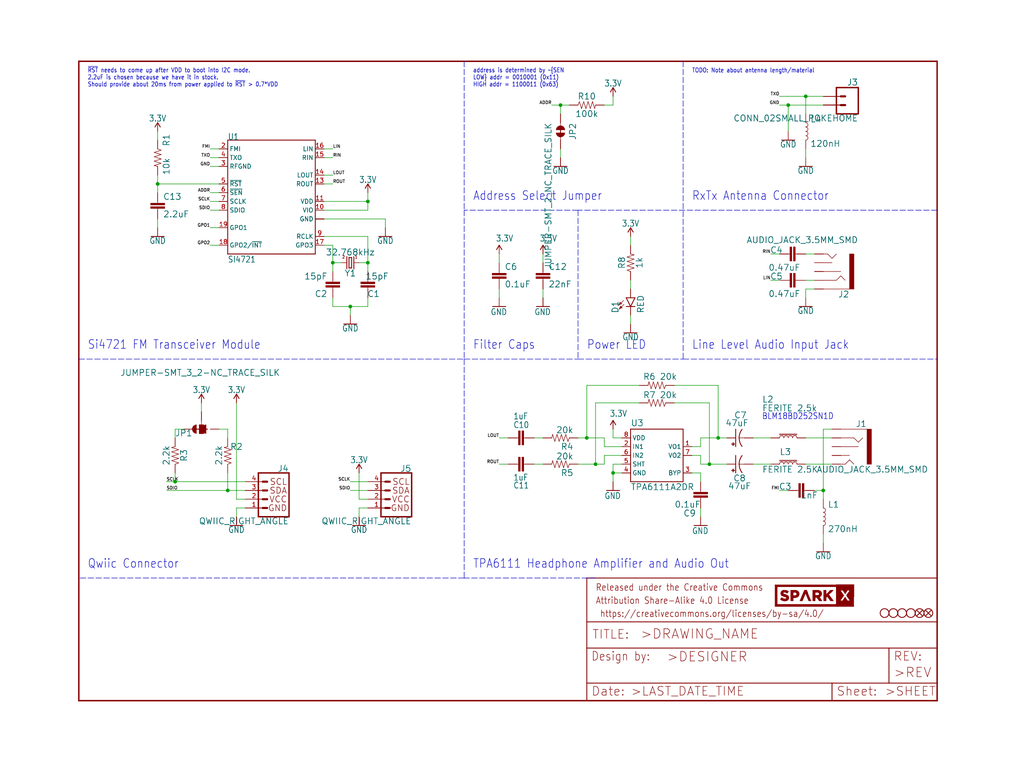
<source format=kicad_sch>
(kicad_sch (version 20211123) (generator eeschema)
  (paper "User" 297.002 223.926)
  (lib_symbols
    (symbol "schematicEagle-eagle-import:0.1UF-0603-25V-(+80{slash}-20%)"
      (property "Reference" "C" (at 1.524 2.921 0))
      (property "Value" "0.1UF-0603-25V-(+80{slash}-20%)" (at 1.524 -2.159 0))
      (symbol "0.1UF-0603-25V-(+80{slash}-20%)_1_0"
        (pin passive line (at 0 5.08 270) (length 2.54) (name "1") (number "1"))
        (pin passive line (at 0 -2.54 90) (length 2.54) (name "2") (number "2"))
      )
    )
    (symbol "schematicEagle-eagle-import:1.0NF{slash}1000PF-0603-50V-10%"
      (property "Reference" "C" (at 1.524 2.921 0))
      (property "Value" "1.0NF{slash}1000PF-0603-50V-10%" (at 1.524 -2.159 0))
      (symbol "1.0NF{slash}1000PF-0603-50V-10%_1_0"
        (pin passive line (at 0 5.08 270) (length 2.54) (name "1") (number "1"))
        (pin passive line (at 0 -2.54 90) (length 2.54) (name "2") (number "2"))
      )
    )
    (symbol "schematicEagle-eagle-import:1.0UF-16V-10%(0603)"
      (property "Reference" "C" (at 1.524 2.921 0))
      (property "Value" "1.0UF-16V-10%(0603)" (at 1.524 -2.159 0))
      (symbol "1.0UF-16V-10%(0603)_1_0"
        (pin passive line (at 0 5.08 270) (length 2.54) (name "1") (number "1"))
        (pin passive line (at 0 -2.54 90) (length 2.54) (name "2") (number "2"))
      )
    )
    (symbol "schematicEagle-eagle-import:100KOHM-0603-1{slash}10W-1%"
      (property "Reference" "R" (at 0 1.524 0))
      (property "Value" "100KOHM-0603-1{slash}10W-1%" (at 0 -1.524 0))
      (symbol "100KOHM-0603-1{slash}10W-1%_1_0"
        (pin passive line (at -5.08 0 0) (length 2.54) (name "1") (number "1"))
        (pin passive line (at 5.08 0 180) (length 2.54) (name "2") (number "2"))
      )
    )
    (symbol "schematicEagle-eagle-import:10KOHM-0603-1{slash}10W-1%"
      (property "Reference" "R" (at 0 1.524 0))
      (property "Value" "10KOHM-0603-1{slash}10W-1%" (at 0 -1.524 0))
      (symbol "10KOHM-0603-1{slash}10W-1%_1_0"
        (pin passive line (at -5.08 0 0) (length 2.54) (name "1") (number "1"))
        (pin passive line (at 5.08 0 180) (length 2.54) (name "2") (number "2"))
      )
    )
    (symbol "schematicEagle-eagle-import:15PF-0603-50V-5%"
      (property "Reference" "C" (at 1.524 2.921 0))
      (property "Value" "15PF-0603-50V-5%" (at 1.524 -2.159 0))
      (symbol "15PF-0603-50V-5%_1_0"
        (pin passive line (at 0 5.08 270) (length 2.54) (name "1") (number "1"))
        (pin passive line (at 0 -2.54 90) (length 2.54) (name "2") (number "2"))
      )
    )
    (symbol "schematicEagle-eagle-import:1KOHM-0603-1{slash}10W-1%"
      (property "Reference" "R" (at 0 1.524 0))
      (property "Value" "1KOHM-0603-1{slash}10W-1%" (at 0 -1.524 0))
      (symbol "1KOHM-0603-1{slash}10W-1%_1_0"
        (pin passive line (at -5.08 0 0) (length 2.54) (name "1") (number "1"))
        (pin passive line (at 5.08 0 180) (length 2.54) (name "2") (number "2"))
      )
    )
    (symbol "schematicEagle-eagle-import:2.2KOHM-0603-1{slash}10W-1%"
      (property "Reference" "R" (at 0 1.524 0))
      (property "Value" "2.2KOHM-0603-1{slash}10W-1%" (at 0 -1.524 0))
      (symbol "2.2KOHM-0603-1{slash}10W-1%_1_0"
        (pin passive line (at -5.08 0 0) (length 2.54) (name "1") (number "1"))
        (pin passive line (at 5.08 0 180) (length 2.54) (name "2") (number "2"))
      )
    )
    (symbol "schematicEagle-eagle-import:2.2UF-0603-10V-20%"
      (property "Reference" "C" (at 1.524 2.921 0))
      (property "Value" "2.2UF-0603-10V-20%" (at 1.524 -2.159 0))
      (symbol "2.2UF-0603-10V-20%_1_0"
        (pin passive line (at 0 5.08 270) (length 2.54) (name "1") (number "1"))
        (pin passive line (at 0 -2.54 90) (length 2.54) (name "2") (number "2"))
      )
    )
    (symbol "schematicEagle-eagle-import:20KOHM-0603-1{slash}10W-5%"
      (property "Reference" "R" (at 0 1.524 0))
      (property "Value" "20KOHM-0603-1{slash}10W-5%" (at 0 -1.524 0))
      (symbol "20KOHM-0603-1{slash}10W-5%_1_0"
        (pin passive line (at -5.08 0 0) (length 2.54) (name "1") (number "1"))
        (pin passive line (at 5.08 0 180) (length 2.54) (name "2") (number "2"))
      )
    )
    (symbol "schematicEagle-eagle-import:22NF{slash}22,000PF-0603-50V-10%"
      (property "Reference" "C" (at 1.524 2.921 0))
      (property "Value" "22NF{slash}22,000PF-0603-50V-10%" (at 1.524 -2.159 0))
      (symbol "22NF{slash}22,000PF-0603-50V-10%_1_0"
        (pin passive line (at 0 5.08 270) (length 2.54) (name "1") (number "1"))
        (pin passive line (at 0 -2.54 90) (length 2.54) (name "2") (number "2"))
      )
    )
    (symbol "schematicEagle-eagle-import:3.3V" (power)
      (property "Value" "3.3V" (at 0 2.794 0))
      (symbol "3.3V_1_0"
        (pin power_in line (at 0 0 90) (length 2.54) (name "3.3V") (number "1"))
      )
    )
    (symbol "schematicEagle-eagle-import:47UF-POLAR-EIA3528-10V-10%"
      (property "Reference" "C" (at 1.016 0.635 0))
      (property "Value" "47UF-POLAR-EIA3528-10V-10%" (at 1.016 -4.191 0))
      (symbol "47UF-POLAR-EIA3528-10V-10%_1_0"
        (pin passive line (at 0 2.54 270) (length 2.54) (name "+") (number "A"))
        (pin passive line (at 0 -5.08 90) (length 2.54) (name "-") (number "C"))
      )
    )
    (symbol "schematicEagle-eagle-import:AUDIO_JACK_3.5MM_SMD"
      (property "Reference" "J" (at -5.08 5.588 0))
      (property "Value" "AUDIO_JACK_3.5MM_SMD" (at -5.08 -7.62 0))
      (symbol "AUDIO_JACK_3.5MM_SMD_1_0"
        (pin bidirectional line (at 5.08 2.54 180) (length 2.54) (name "RING") (number "RING"))
        (pin bidirectional line (at 5.08 0 180) (length 2.54) (name "RSH") (number "RSH"))
        (pin bidirectional line (at 5.08 5.08 180) (length 2.54) (name "SLEEVE") (number "SLEEVE"))
        (pin bidirectional line (at 5.08 -5.08 180) (length 2.54) (name "TIP") (number "TIP"))
        (pin bidirectional line (at 5.08 -2.54 180) (length 2.54) (name "TSH") (number "TSH"))
      )
    )
    (symbol "schematicEagle-eagle-import:CAP-0603"
      (property "Reference" "C" (at 1.524 2.921 0))
      (property "Value" "CAP-0603" (at 1.524 -2.159 0))
      (symbol "CAP-0603_1_0"
        (pin passive line (at 0 5.08 270) (length 2.54) (name "1") (number "1"))
        (pin passive line (at 0 -2.54 90) (length 2.54) (name "2") (number "2"))
      )
    )
    (symbol "schematicEagle-eagle-import:CONN_02SMALL_POKEHOME"
      (property "Reference" "J" (at -2.54 5.588 0))
      (property "Value" "CONN_02SMALL_POKEHOME" (at -2.54 -4.826 0))
      (symbol "CONN_02SMALL_POKEHOME_1_0"
        (pin passive line (at 7.62 0 180) (length 5.08) (name "1") (number "P1"))
        (pin passive line (at 7.62 2.54 180) (length 5.08) (name "2") (number "P2"))
        (pin passive line (at 7.62 0 180) (length 5.08) (name "1") (number "P3"))
        (pin passive line (at 7.62 2.54 180) (length 5.08) (name "2") (number "P4"))
      )
    )
    (symbol "schematicEagle-eagle-import:CRYSTAL-32.768KHZSMD-3.2X1.5"
      (property "Reference" "Y" (at 0 2.032 0))
      (property "Value" "CRYSTAL-32.768KHZSMD-3.2X1.5" (at 0 -2.032 0))
      (symbol "CRYSTAL-32.768KHZSMD-3.2X1.5_1_0"
        (text "1" (at -2.159 -1.143 0) (effects (font (size 0.8636 0.734)) (justify left bottom)))
        (text "2" (at 1.524 -1.143 0) (effects (font (size 0.8636 0.734)) (justify left bottom)))
        (pin passive line (at -2.54 0 0) (length 0) (name "1") (number "P$1"))
        (pin passive line (at 2.54 0 180) (length 0) (name "2") (number "P$2"))
      )
    )
    (symbol "schematicEagle-eagle-import:FERRITE_BEAD-0603"
      (property "Reference" "FB" (at 1.27 2.54 0))
      (property "Value" "FERRITE_BEAD-0603" (at 1.27 -2.54 0))
      (symbol "FERRITE_BEAD-0603_1_0"
        (pin passive line (at 0 5.08 270) (length 2.54) (name "1") (number "1"))
        (pin passive line (at 0 -5.08 90) (length 2.54) (name "2") (number "2"))
      )
    )
    (symbol "schematicEagle-eagle-import:FIDUCIAL0.2MM")
    (symbol "schematicEagle-eagle-import:FRAME-LETTER"
      (symbol "FRAME-LETTER_2_0"
        (text " https://creativecommons.org/licenses/by-sa/4.0/" (at 2.54 24.13 0) (effects (font (size 1.9304 1.6408)) (justify left bottom)))
        (text ">DESIGNER" (at 23.114 11.176 0) (effects (font (size 2.7432 2.7432)) (justify left bottom)))
        (text ">DRAWING_NAME" (at 15.494 17.78 0) (effects (font (size 2.7432 2.7432)) (justify left bottom)))
        (text ">LAST_DATE_TIME" (at 12.7 1.27 0) (effects (font (size 2.54 2.54)) (justify left bottom)))
        (text ">REV" (at 88.9 6.604 0) (effects (font (size 2.7432 2.7432)) (justify left bottom)))
        (text ">SHEET" (at 86.36 1.27 0) (effects (font (size 2.54 2.54)) (justify left bottom)))
        (text "Attribution Share-Alike 4.0 License" (at 2.54 27.94 0) (effects (font (size 1.9304 1.6408)) (justify left bottom)))
        (text "Date:" (at 1.27 1.27 0) (effects (font (size 2.54 2.54)) (justify left bottom)))
        (text "Design by:" (at 1.27 11.43 0) (effects (font (size 2.54 2.159)) (justify left bottom)))
        (text "Released under the Creative Commons" (at 2.54 31.75 0) (effects (font (size 1.9304 1.6408)) (justify left bottom)))
        (text "REV:" (at 88.9 11.43 0) (effects (font (size 2.54 2.54)) (justify left bottom)))
        (text "Sheet:" (at 72.39 1.27 0) (effects (font (size 2.54 2.54)) (justify left bottom)))
        (text "TITLE:" (at 1.524 17.78 0) (effects (font (size 2.54 2.54)) (justify left bottom)))
      )
    )
    (symbol "schematicEagle-eagle-import:GND" (power)
      (property "Value" "GND" (at 0 -0.254 0))
      (symbol "GND_1_0"
        (pin power_in line (at 0 2.54 270) (length 2.54) (name "GND") (number "1"))
      )
    )
    (symbol "schematicEagle-eagle-import:INDUCTOR-0603-15NH"
      (property "Reference" "L" (at 1.27 2.54 0))
      (property "Value" "INDUCTOR-0603-15NH" (at 1.27 -2.54 0))
      (symbol "INDUCTOR-0603-15NH_1_0"
        (pin passive line (at 0 5.08 270) (length 2.54) (name "1") (number "1"))
        (pin passive line (at 0 -5.08 90) (length 2.54) (name "2") (number "2"))
      )
    )
    (symbol "schematicEagle-eagle-import:JUMPER-SMT_2_NC_TRACE_SILK"
      (property "Reference" "JP" (at -2.54 2.54 0))
      (property "Value" "JUMPER-SMT_2_NC_TRACE_SILK" (at -2.54 -2.54 0))
      (symbol "JUMPER-SMT_2_NC_TRACE_SILK_1_0"
        (pin passive line (at -5.08 0 0) (length 2.54) (name "1") (number "1"))
        (pin passive line (at 5.08 0 180) (length 2.54) (name "2") (number "2"))
      )
    )
    (symbol "schematicEagle-eagle-import:JUMPER-SMT_3_2-NC_TRACE_SILK"
      (property "Reference" "JP" (at 2.54 0.381 0))
      (property "Value" "JUMPER-SMT_3_2-NC_TRACE_SILK" (at 2.54 -0.381 0))
      (symbol "JUMPER-SMT_3_2-NC_TRACE_SILK_1_0"
        (pin passive line (at 0 5.08 270) (length 2.54) (name "1") (number "1"))
        (pin passive line (at -5.08 0 0) (length 2.54) (name "2") (number "2"))
        (pin passive line (at 0 -5.08 90) (length 2.54) (name "3") (number "3"))
      )
    )
    (symbol "schematicEagle-eagle-import:LED-RED0603"
      (property "Reference" "D" (at -3.429 -4.572 90))
      (property "Value" "LED-RED0603" (at 1.905 -4.572 90))
      (symbol "LED-RED0603_1_0"
        (pin passive line (at 0 2.54 270) (length 2.54) (name "A") (number "A"))
        (pin passive line (at 0 -5.08 90) (length 2.54) (name "C") (number "C"))
      )
    )
    (symbol "schematicEagle-eagle-import:QWIIC_CONNECTORJS-1MM"
      (property "Reference" "J" (at -5.08 7.874 0))
      (property "Value" "QWIIC_CONNECTORJS-1MM" (at -5.08 -5.334 0))
      (symbol "QWIIC_CONNECTORJS-1MM_1_0"
        (text "GND" (at -4.572 -2.54 0) (effects (font (size 1.778 1.778)) (justify left)))
        (text "SCL" (at -4.572 5.08 0) (effects (font (size 1.778 1.778)) (justify left)))
        (text "SDA" (at -4.572 2.54 0) (effects (font (size 1.778 1.778)) (justify left)))
        (text "VCC" (at -4.572 0 0) (effects (font (size 1.778 1.778)) (justify left)))
        (pin power_in line (at 7.62 -2.54 180) (length 5.08) (name "1") (number "1"))
        (pin power_in line (at 7.62 0 180) (length 5.08) (name "2") (number "2"))
        (pin passive line (at 7.62 2.54 180) (length 5.08) (name "3") (number "3"))
        (pin passive line (at 7.62 5.08 180) (length 5.08) (name "4") (number "4"))
      )
    )
    (symbol "schematicEagle-eagle-import:SI4721"
      (property "Value" "SI4721" (at -12.7 -20.32 0))
      (symbol "SI4721_1_0"
        (pin power_in line (at 15.24 -5.08 180) (length 2.54) (name "VIO") (number "10"))
        (pin power_in line (at 15.24 -2.54 180) (length 2.54) (name "VDD") (number "11"))
        (pin power_in line (at 15.24 -7.62 180) (length 2.54) (name "GND") (number "12"))
        (pin output line (at 15.24 2.54 180) (length 2.54) (name "ROUT") (number "13"))
        (pin output line (at 15.24 5.08 180) (length 2.54) (name "LOUT") (number "14"))
        (pin input line (at 15.24 10.16 180) (length 2.54) (name "RIN") (number "15"))
        (pin input line (at 15.24 12.7 180) (length 2.54) (name "LIN") (number "16"))
        (pin output line (at 15.24 -15.24 180) (length 2.54) (name "GPO3") (number "17"))
        (pin output line (at -15.24 -15.24 0) (length 2.54) (name "GPO2/~{INT}") (number "18"))
        (pin output line (at -15.24 -10.16 0) (length 2.54) (name "GPO1") (number "19"))
        (pin input line (at -15.24 12.7 0) (length 2.54) (name "FMI") (number "2"))
        (pin power_in line (at 15.24 -7.62 180) (length 2.54) (name "GND") (number "21"))
        (pin power_in line (at -15.24 7.62 0) (length 2.54) (name "RFGND") (number "3"))
        (pin bidirectional line (at -15.24 10.16 0) (length 2.54) (name "TXO") (number "4"))
        (pin input line (at -15.24 2.54 0) (length 2.54) (name "~{RST}") (number "5"))
        (pin input line (at -15.24 0 0) (length 2.54) (name "~{SEN}") (number "6"))
        (pin input line (at -15.24 -2.54 0) (length 2.54) (name "SCLK") (number "7"))
        (pin bidirectional line (at -15.24 -5.08 0) (length 2.54) (name "SDIO") (number "8"))
        (pin input line (at 15.24 -12.7 180) (length 2.54) (name "RCLK") (number "9"))
      )
    )
    (symbol "schematicEagle-eagle-import:SPARKX-LOGO4")
    (symbol "schematicEagle-eagle-import:STAND-OFF")
    (symbol "schematicEagle-eagle-import:TPA6111SMD-T"
      (property "Reference" "U" (at -7.62 5.842 0))
      (property "Value" "TPA6111SMD-T" (at -7.62 -12.7 0))
      (symbol "TPA6111SMD-T_1_0"
        (pin bidirectional line (at 10.16 0 180) (length 2.54) (name "VO1") (number "1"))
        (pin bidirectional line (at -10.16 0 0) (length 2.54) (name "IN1") (number "2"))
        (pin bidirectional line (at 10.16 -7.62 180) (length 2.54) (name "BYP") (number "3"))
        (pin bidirectional line (at -10.16 -7.62 0) (length 2.54) (name "GND") (number "4"))
        (pin bidirectional line (at -10.16 -5.08 0) (length 2.54) (name "SHT") (number "5"))
        (pin bidirectional line (at -10.16 -2.54 0) (length 2.54) (name "IN2") (number "6"))
        (pin bidirectional line (at 10.16 -2.54 180) (length 2.54) (name "VO2") (number "7"))
        (pin bidirectional line (at -10.16 2.54 0) (length 2.54) (name "VDD") (number "8"))
      )
    )
  )
  (junction (at 172.72 134.62))
  (junction (at 162.56 30.48))
  (junction (at 45.72 53.34))
  (junction (at 170.18 127))
  (junction (at 208.28 127))
  (junction (at 233.68 27.94))
  (junction (at 66.04 142.24))
  (junction (at 205.74 134.62))
  (junction (at 50.8 139.7))
  (junction (at 177.8 137.16))
  (junction (at 106.68 76.2))
  (junction (at 106.68 58.42))
  (junction (at 238.76 142.24))
  (junction (at 228.6 30.48))
  (junction (at 96.52 76.2))
  (junction (at 101.6 88.9))
  (wire (pts (xy 45.72 63.5) (xy 45.72 66.04)))
  (wire (pts (xy 205.74 116.84) (xy 205.74 134.62)))
  (wire (pts (xy 182.88 91.44) (xy 182.88 93.98)))
  (wire (pts (xy 71.12 147.32) (xy 68.58 147.32)))
  (wire (pts (xy 228.6 142.24) (xy 226.06 142.24)))
  (wire (pts (xy 162.56 30.48) (xy 165.1 30.48)))
  (wire (pts (xy 233.68 27.94) (xy 238.76 27.94)))
  (wire (pts (xy 233.68 27.94) (xy 233.68 33.02)))
  (wire (pts (xy 208.28 127) (xy 210.82 127)))
  (wire (pts (xy 66.04 127) (xy 66.04 124.46)))
  (wire (pts (xy 172.72 134.62) (xy 167.64 134.62)))
  (wire (pts (xy 180.34 137.16) (xy 177.8 137.16)))
  (wire (pts (xy 170.18 111.76) (xy 170.18 127)))
  (wire (pts (xy 236.22 142.24) (xy 238.76 142.24)))
  (wire (pts (xy 195.58 116.84) (xy 205.74 116.84)))
  (wire (pts (xy 93.98 63.5) (xy 111.76 63.5)))
  (wire (pts (xy 185.42 111.76) (xy 170.18 111.76)))
  (wire (pts (xy 106.68 68.58) (xy 106.68 76.2)))
  (polyline (pts (xy 271.78 60.96) (xy 167.64 60.96)))
  (wire (pts (xy 238.76 142.24) (xy 238.76 144.78)))
  (wire (pts (xy 68.58 144.78) (xy 68.58 116.84)))
  (wire (pts (xy 154.94 127) (xy 157.48 127)))
  (wire (pts (xy 53.34 124.46) (xy 50.8 124.46)))
  (wire (pts (xy 182.88 83.82) (xy 182.88 81.28)))
  (wire (pts (xy 208.28 111.76) (xy 208.28 127)))
  (wire (pts (xy 172.72 116.84) (xy 172.72 134.62)))
  (wire (pts (xy 205.74 134.62) (xy 210.82 134.62)))
  (wire (pts (xy 96.52 86.36) (xy 96.52 88.9)))
  (wire (pts (xy 71.12 144.78) (xy 68.58 144.78)))
  (wire (pts (xy 185.42 116.84) (xy 172.72 116.84)))
  (wire (pts (xy 106.68 139.7) (xy 101.6 139.7)))
  (wire (pts (xy 233.68 43.18) (xy 233.68 45.72)))
  (wire (pts (xy 45.72 40.64) (xy 45.72 38.1)))
  (wire (pts (xy 96.52 76.2) (xy 96.52 78.74)))
  (wire (pts (xy 99.06 76.2) (xy 96.52 76.2)))
  (wire (pts (xy 106.68 142.24) (xy 101.6 142.24)))
  (polyline (pts (xy 167.64 60.96) (xy 167.64 104.14)))
  (wire (pts (xy 233.68 27.94) (xy 226.06 27.94)))
  (wire (pts (xy 45.72 50.8) (xy 45.72 53.34)))
  (polyline (pts (xy 134.62 104.14) (xy 167.64 104.14)))
  (wire (pts (xy 106.68 147.32) (xy 104.14 147.32)))
  (wire (pts (xy 93.98 68.58) (xy 106.68 68.58)))
  (wire (pts (xy 111.76 63.5) (xy 111.76 66.04)))
  (polyline (pts (xy 167.64 104.14) (xy 198.12 104.14)))
  (wire (pts (xy 241.3 134.62) (xy 233.68 134.62)))
  (wire (pts (xy 63.5 45.72) (xy 60.96 45.72)))
  (wire (pts (xy 238.76 154.94) (xy 238.76 157.48)))
  (wire (pts (xy 144.78 127) (xy 147.32 127)))
  (wire (pts (xy 203.2 132.08) (xy 203.2 134.62)))
  (wire (pts (xy 106.68 60.96) (xy 106.68 58.42)))
  (wire (pts (xy 233.68 83.82) (xy 233.68 86.36)))
  (wire (pts (xy 93.98 50.8) (xy 96.52 50.8)))
  (wire (pts (xy 96.52 71.12) (xy 96.52 76.2)))
  (polyline (pts (xy 134.62 60.96) (xy 134.62 104.14)))
  (wire (pts (xy 175.26 129.54) (xy 175.26 127)))
  (wire (pts (xy 233.68 127) (xy 241.3 127)))
  (wire (pts (xy 203.2 134.62) (xy 205.74 134.62)))
  (wire (pts (xy 104.14 76.2) (xy 106.68 76.2)))
  (wire (pts (xy 66.04 142.24) (xy 48.26 142.24)))
  (wire (pts (xy 144.78 86.36) (xy 144.78 83.82)))
  (wire (pts (xy 71.12 142.24) (xy 66.04 142.24)))
  (wire (pts (xy 182.88 68.58) (xy 182.88 71.12)))
  (wire (pts (xy 104.14 144.78) (xy 104.14 137.16)))
  (wire (pts (xy 200.66 137.16) (xy 203.2 137.16)))
  (wire (pts (xy 93.98 60.96) (xy 106.68 60.96)))
  (wire (pts (xy 154.94 134.62) (xy 157.48 134.62)))
  (wire (pts (xy 144.78 134.62) (xy 147.32 134.62)))
  (wire (pts (xy 96.52 88.9) (xy 101.6 88.9)))
  (polyline (pts (xy 134.62 17.78) (xy 134.62 60.96)))
  (wire (pts (xy 101.6 91.44) (xy 101.6 88.9)))
  (wire (pts (xy 144.78 73.66) (xy 144.78 76.2)))
  (wire (pts (xy 106.68 58.42) (xy 106.68 55.88)))
  (wire (pts (xy 93.98 71.12) (xy 96.52 71.12)))
  (wire (pts (xy 200.66 132.08) (xy 203.2 132.08)))
  (wire (pts (xy 177.8 137.16) (xy 177.8 139.7)))
  (wire (pts (xy 58.42 119.38) (xy 58.42 116.84)))
  (wire (pts (xy 157.48 86.36) (xy 157.48 83.82)))
  (wire (pts (xy 101.6 88.9) (xy 106.68 88.9)))
  (wire (pts (xy 177.8 30.48) (xy 177.8 27.94)))
  (wire (pts (xy 180.34 132.08) (xy 175.26 132.08)))
  (polyline (pts (xy 22.86 104.14) (xy 134.62 104.14)))
  (wire (pts (xy 71.12 139.7) (xy 50.8 139.7)))
  (wire (pts (xy 45.72 53.34) (xy 45.72 55.88)))
  (wire (pts (xy 226.06 73.66) (xy 223.52 73.66)))
  (wire (pts (xy 63.5 55.88) (xy 60.96 55.88)))
  (wire (pts (xy 223.52 127) (xy 218.44 127)))
  (wire (pts (xy 68.58 147.32) (xy 68.58 149.86)))
  (wire (pts (xy 50.8 139.7) (xy 48.26 139.7)))
  (wire (pts (xy 203.2 129.54) (xy 203.2 127)))
  (wire (pts (xy 106.68 76.2) (xy 106.68 78.74)))
  (wire (pts (xy 175.26 127) (xy 170.18 127)))
  (wire (pts (xy 66.04 137.16) (xy 66.04 142.24)))
  (polyline (pts (xy 198.12 17.78) (xy 198.12 104.14)))
  (wire (pts (xy 236.22 83.82) (xy 233.68 83.82)))
  (wire (pts (xy 203.2 137.16) (xy 203.2 139.7)))
  (wire (pts (xy 106.68 88.9) (xy 106.68 86.36)))
  (wire (pts (xy 50.8 124.46) (xy 50.8 127)))
  (wire (pts (xy 238.76 124.46) (xy 238.76 142.24)))
  (wire (pts (xy 45.72 53.34) (xy 63.5 53.34)))
  (wire (pts (xy 236.22 81.28) (xy 233.68 81.28)))
  (wire (pts (xy 195.58 111.76) (xy 208.28 111.76)))
  (wire (pts (xy 228.6 38.1) (xy 228.6 30.48)))
  (wire (pts (xy 66.04 124.46) (xy 63.5 124.46)))
  (wire (pts (xy 93.98 58.42) (xy 106.68 58.42)))
  (polyline (pts (xy 198.12 104.14) (xy 271.78 104.14)))
  (wire (pts (xy 226.06 30.48) (xy 228.6 30.48)))
  (wire (pts (xy 63.5 71.12) (xy 60.96 71.12)))
  (wire (pts (xy 218.44 134.62) (xy 223.52 134.62)))
  (wire (pts (xy 50.8 137.16) (xy 50.8 139.7)))
  (wire (pts (xy 175.26 134.62) (xy 172.72 134.62)))
  (wire (pts (xy 180.34 129.54) (xy 175.26 129.54)))
  (wire (pts (xy 236.22 73.66) (xy 233.68 73.66)))
  (wire (pts (xy 175.26 132.08) (xy 175.26 134.62)))
  (wire (pts (xy 63.5 43.18) (xy 60.96 43.18)))
  (wire (pts (xy 93.98 43.18) (xy 96.52 43.18)))
  (wire (pts (xy 180.34 127) (xy 177.8 127)))
  (wire (pts (xy 180.34 134.62) (xy 177.8 134.62)))
  (wire (pts (xy 170.18 127) (xy 167.64 127)))
  (wire (pts (xy 63.5 60.96) (xy 60.96 60.96)))
  (wire (pts (xy 63.5 58.42) (xy 60.96 58.42)))
  (wire (pts (xy 226.06 81.28) (xy 223.52 81.28)))
  (wire (pts (xy 157.48 73.66) (xy 157.48 76.2)))
  (wire (pts (xy 162.56 30.48) (xy 160.02 30.48)))
  (wire (pts (xy 104.14 147.32) (xy 104.14 149.86)))
  (wire (pts (xy 228.6 30.48) (xy 238.76 30.48)))
  (wire (pts (xy 175.26 30.48) (xy 177.8 30.48)))
  (wire (pts (xy 177.8 127) (xy 177.8 124.46)))
  (wire (pts (xy 106.68 144.78) (xy 104.14 144.78)))
  (polyline (pts (xy 172.72 167.64) (xy 134.62 167.64)))
  (polyline (pts (xy 167.64 60.96) (xy 134.62 60.96)))
  (wire (pts (xy 203.2 149.86) (xy 203.2 147.32)))
  (wire (pts (xy 203.2 127) (xy 208.28 127)))
  (polyline (pts (xy 134.62 104.14) (xy 134.62 167.64)))
  (wire (pts (xy 162.56 33.02) (xy 162.56 30.48)))
  (wire (pts (xy 200.66 129.54) (xy 203.2 129.54)))
  (wire (pts (xy 63.5 66.04) (xy 60.96 66.04)))
  (wire (pts (xy 177.8 134.62) (xy 177.8 137.16)))
  (polyline (pts (xy 134.62 167.64) (xy 22.86 167.64)))
  (wire (pts (xy 162.56 45.72) (xy 162.56 43.18)))
  (wire (pts (xy 241.3 124.46) (xy 238.76 124.46)))
  (wire (pts (xy 63.5 48.26) (xy 60.96 48.26)))
  (wire (pts (xy 93.98 53.34) (xy 96.52 53.34)))
  (wire (pts (xy 93.98 45.72) (xy 96.52 45.72)))
  (text "RxTx Antenna Connector" (at 200.66 58.42 180) (effects (font (size 2.54 2.159)) (justify left bottom)))
  (text "TODO: Note about antenna length/material" (at 200.66 21.336 180) (effects (font (size 1.27 1.0795)) (justify left bottom)))
  (text "Si4721 FM Transceiver Module" (at 25.4 101.6 180) (effects (font (size 2.54 2.159)) (justify left bottom)))
  (text "Filter Caps" (at 137.16 101.6 180) (effects (font (size 2.54 2.159)) (justify left bottom)))
  (text "address is determined by ~{SEN\nLOW} addr = 0010001 (0x11)\nHIGH addr = 1100011 (0x63)" (at 137.16 25.4 0) (effects (font (size 1.27 1.0795)) (justify left bottom)))
  (text "Line Level Audio Input Jack" (at 200.66 101.6 180) (effects (font (size 2.54 2.159)) (justify left bottom)))
  (text "~{RST} needs to come up after VDD to boot into I2C mode.\n2.2uF is chosen because we have it in stock.\nShould provide about 20ms from power applied to ~{RST} > 0.7*VDD" (at 25.4 25.4 0) (effects (font (size 1.27 1.0795)) (justify left bottom)))
  (text "Address Select Jumper" (at 137.16 58.42 180) (effects (font (size 2.54 2.159)) (justify left bottom)))
  (text "TPA6111 Headphone Amplifier and Audio Out" (at 137.16 165.1 180) (effects (font (size 2.54 2.159)) (justify left bottom)))
  (text "BLM18BD252SN1D" (at 220.98 121.92 180) (effects (font (size 1.778 1.5113)) (justify left bottom)))
  (text "Qwiic Connector" (at 25.4 165.1 180) (effects (font (size 2.54 2.159)) (justify left bottom)))
  (text "Power LED" (at 170.18 101.6 180) (effects (font (size 2.54 2.159)) (justify left bottom)))
  (label "ADDR" (at 60.96 55.88 180) (effects (font (size 0.889 0.889))))
  (label "FMI" (at 60.96 43.18 180) (effects (font (size 0.889 0.889))))
  (label "LOUT" (at 144.78 127 180) (effects (font (size 0.889 0.889))))
  (label "GPO1" (at 60.96 66.04 180) (effects (font (size 0.889 0.889))))
  (label "TXO" (at 226.06 27.94 180) (effects (font (size 0.889 0.889))))
  (label "ROUT" (at 96.52 53.34 0) (effects (font (size 0.889 0.889))))
  (label "LIN" (at 223.52 81.28 180) (effects (font (size 0.889 0.889))))
  (label "GND" (at 226.06 30.48 180) (effects (font (size 0.889 0.889))))
  (label "SDIO" (at 60.96 60.96 180) (effects (font (size 0.889 0.889))))
  (label "SCLK" (at 48.26 139.7 0) (effects (font (size 0.889 0.889))))
  (label "SCLK" (at 101.6 139.7 180) (effects (font (size 0.889 0.889))))
  (label "SDIO" (at 48.26 142.24 0) (effects (font (size 0.889 0.889))))
  (label "SDIO" (at 101.6 142.24 180) (effects (font (size 0.889 0.889))))
  (label "TXO" (at 60.96 45.72 180) (effects (font (size 0.889 0.889))))
  (label "LOUT" (at 96.52 50.8 0) (effects (font (size 0.889 0.889))))
  (label "ADDR" (at 160.02 30.48 180) (effects (font (size 0.889 0.889))))
  (label "LIN" (at 96.52 43.18 0) (effects (font (size 0.889 0.889))))
  (label "GND" (at 60.96 48.26 180) (effects (font (size 0.889 0.889))))
  (label "RIN" (at 223.52 73.66 180) (effects (font (size 0.889 0.889))))
  (label "FMI" (at 226.06 142.24 180) (effects (font (size 0.889 0.889))))
  (label "SCLK" (at 60.96 58.42 180) (effects (font (size 0.889 0.889))))
  (label "GPO2" (at 60.96 71.12 180) (effects (font (size 0.889 0.889))))
  (label "RIN" (at 96.52 45.72 0) (effects (font (size 0.889 0.889))))
  (label "ROUT" (at 144.78 134.62 180) (effects (font (size 0.889 0.889))))
  (symbol (lib_id "schematicEagle-eagle-import:1.0NF{slash}1000PF-0603-50V-10%") (at 233.68 142.24 90) (unit 1)
    (property "Reference" "C3" (at 229.616 140.081 90) (effects (font (size 1.778 1.778)) (justify left bottom)))
    (property "Value" "1nF" (at 237.236 142.621 90) (effects (font (size 1.778 1.778)) (justify left bottom)))
    (property "Footprint" "schematicEagle:0603" (effects hide))
  )
  (symbol (lib_id "schematicEagle-eagle-import:CONN_02SMALL_POKEHOME") (at 246.38 30.48 0) (mirror y) (unit 1)
    (property "Reference" "J3" (at 248.92 24.892 0) (effects (font (size 1.778 1.778)) (justify left bottom)))
    (property "Value" "CONN_02SMALL_POKEHOME" (at 248.92 35.306 0) (effects (font (size 1.778 1.778)) (justify left bottom)))
    (property "Footprint" "schematicEagle:1X02_POKEHOME" (effects hide))
  )
  (symbol (lib_id "schematicEagle-eagle-import:GND") (at 228.6 40.64 0) (unit 1)
    (property "Reference" "#GND6" (effects hide))
    (property "Value" "GND" (at 228.6 40.894 0) (effects (font (size 1.778 1.5113)) (justify top)))
    (property "Footprint" "schematicEagle:" (effects hide))
  )
  (symbol (lib_id "schematicEagle-eagle-import:3.3V") (at 104.14 137.16 0) (mirror y) (unit 1)
    (property "Reference" "#SUPPLY7" (effects hide))
    (property "Value" "3.3V" (at 104.14 134.366 0) (effects (font (size 1.778 1.5113)) (justify bottom)))
    (property "Footprint" "schematicEagle:" (effects hide))
  )
  (symbol (lib_id "schematicEagle-eagle-import:JUMPER-SMT_3_2-NC_TRACE_SILK") (at 58.42 124.46 90) (mirror x) (unit 1)
    (property "Reference" "JP1" (at 55.88 126.619 90) (effects (font (size 1.778 1.778)) (justify left bottom)))
    (property "Value" "JUMPER-SMT_3_2-NC_TRACE_SILK" (at 81.28 107.061 90) (effects (font (size 1.778 1.778)) (justify left top)))
    (property "Footprint" "schematicEagle:SMT-JUMPER_3_2-NC_TRACE_SILK" (effects hide))
  )
  (symbol (lib_id "schematicEagle-eagle-import:AUDIO_JACK_3.5MM_SMD") (at 246.38 129.54 0) (mirror y) (unit 1)
    (property "Reference" "J1" (at 251.46 123.952 0) (effects (font (size 1.778 1.778)) (justify left bottom)))
    (property "Value" "AUDIO_JACK_3.5MM_SMD" (at 269.24 137.16 0) (effects (font (size 1.778 1.778)) (justify left bottom)))
    (property "Footprint" "schematicEagle:AUDIO-JACK-3.5MM-SMD" (effects hide))
  )
  (symbol (lib_id "schematicEagle-eagle-import:GND") (at 238.76 160.02 0) (unit 1)
    (property "Reference" "#GND3" (effects hide))
    (property "Value" "GND" (at 238.76 160.274 0) (effects (font (size 1.778 1.5113)) (justify top)))
    (property "Footprint" "schematicEagle:" (effects hide))
  )
  (symbol (lib_id "schematicEagle-eagle-import:3.3V") (at 45.72 38.1 0) (unit 1)
    (property "Reference" "#SUPPLY2" (effects hide))
    (property "Value" "3.3V" (at 45.72 35.306 0) (effects (font (size 1.778 1.5113)) (justify bottom)))
    (property "Footprint" "schematicEagle:" (effects hide))
  )
  (symbol (lib_id "schematicEagle-eagle-import:100KOHM-0603-1{slash}10W-1%") (at 170.18 30.48 0) (unit 1)
    (property "Reference" "R10" (at 170.18 28.956 0) (effects (font (size 1.778 1.778)) (justify bottom)))
    (property "Value" "100k" (at 170.18 32.004 0) (effects (font (size 1.778 1.778)) (justify top)))
    (property "Footprint" "schematicEagle:0603" (effects hide))
  )
  (symbol (lib_id "schematicEagle-eagle-import:FRAME-LETTER") (at 170.18 203.2 0) (unit 2)
    (property "Reference" "FRAME1" (effects hide))
    (property "Value" "FRAME-LETTER" (effects hide))
    (property "Footprint" "schematicEagle:CREATIVE_COMMONS" (effects hide))
  )
  (symbol (lib_id "schematicEagle-eagle-import:LED-RED0603") (at 182.88 86.36 0) (unit 1)
    (property "Reference" "D1" (at 179.451 90.932 90) (effects (font (size 1.778 1.778)) (justify left bottom)))
    (property "Value" "RED" (at 184.785 90.932 90) (effects (font (size 1.778 1.778)) (justify left top)))
    (property "Footprint" "schematicEagle:LED-0603" (effects hide))
  )
  (symbol (lib_id "schematicEagle-eagle-import:3.3V") (at 177.8 124.46 0) (unit 1)
    (property "Reference" "#P+9" (effects hide))
    (property "Value" "3.3V" (at 176.784 120.904 0) (effects (font (size 1.778 1.5113)) (justify left bottom)))
    (property "Footprint" "schematicEagle:" (effects hide))
  )
  (symbol (lib_id "schematicEagle-eagle-import:1.0UF-16V-10%(0603)") (at 152.4 134.62 90) (unit 1)
    (property "Reference" "C11" (at 148.844 141.732 90) (effects (font (size 1.778 1.5113)) (justify right top)))
    (property "Value" "1uF" (at 148.844 139.446 90) (effects (font (size 1.778 1.5113)) (justify right top)))
    (property "Footprint" "schematicEagle:0603-CAP" (effects hide))
  )
  (symbol (lib_id "schematicEagle-eagle-import:10KOHM-0603-1{slash}10W-1%") (at 45.72 45.72 270) (unit 1)
    (property "Reference" "R1" (at 47.244 40.64 0) (effects (font (size 1.778 1.778)) (justify bottom)))
    (property "Value" "10k" (at 49.276 48.26 0) (effects (font (size 1.778 1.778)) (justify top)))
    (property "Footprint" "schematicEagle:0603" (effects hide))
  )
  (symbol (lib_id "schematicEagle-eagle-import:QWIIC_CONNECTORJS-1MM") (at 78.74 144.78 0) (mirror y) (unit 1)
    (property "Reference" "J4" (at 83.82 136.906 0) (effects (font (size 1.778 1.778)) (justify left bottom)))
    (property "Value" "QWIIC_RIGHT_ANGLE" (at 83.82 150.114 0) (effects (font (size 1.778 1.778)) (justify left top)))
    (property "Footprint" "schematicEagle:JST04_1MM_RA" (effects hide))
  )
  (symbol (lib_id "schematicEagle-eagle-import:2.2KOHM-0603-1{slash}10W-1%") (at 50.8 132.08 270) (mirror x) (unit 1)
    (property "Reference" "R3" (at 52.324 132.08 0) (effects (font (size 1.778 1.778)) (justify bottom)))
    (property "Value" "2.2k" (at 49.276 132.08 0) (effects (font (size 1.778 1.778)) (justify top)))
    (property "Footprint" "schematicEagle:0603" (effects hide))
  )
  (symbol (lib_id "schematicEagle-eagle-import:QWIIC_CONNECTORJS-1MM") (at 114.3 144.78 0) (mirror y) (unit 1)
    (property "Reference" "J5" (at 119.38 136.906 0) (effects (font (size 1.778 1.778)) (justify left bottom)))
    (property "Value" "QWIIC_RIGHT_ANGLE" (at 119.38 150.114 0) (effects (font (size 1.778 1.778)) (justify left top)))
    (property "Footprint" "schematicEagle:JST04_1MM_RA" (effects hide))
  )
  (symbol (lib_id "schematicEagle-eagle-import:GND") (at 144.78 88.9 0) (unit 1)
    (property "Reference" "#GND13" (effects hide))
    (property "Value" "GND" (at 142.24 91.44 0) (effects (font (size 1.778 1.5113)) (justify left bottom)))
    (property "Footprint" "schematicEagle:" (effects hide))
  )
  (symbol (lib_id "schematicEagle-eagle-import:CAP-0603") (at 231.14 81.28 90) (unit 1)
    (property "Reference" "C5" (at 227.076 79.121 90) (effects (font (size 1.778 1.778)) (justify left bottom)))
    (property "Value" "0.47uF" (at 232.156 84.201 90) (effects (font (size 1.778 1.778)) (justify left bottom)))
    (property "Footprint" "schematicEagle:0603" (effects hide))
  )
  (symbol (lib_id "schematicEagle-eagle-import:3.3V") (at 182.88 68.58 0) (unit 1)
    (property "Reference" "#SUPPLY5" (effects hide))
    (property "Value" "3.3V" (at 182.88 65.786 0) (effects (font (size 1.778 1.5113)) (justify bottom)))
    (property "Footprint" "schematicEagle:" (effects hide))
  )
  (symbol (lib_id "schematicEagle-eagle-import:3.3V") (at 68.58 116.84 0) (mirror y) (unit 1)
    (property "Reference" "#SUPPLY3" (effects hide))
    (property "Value" "3.3V" (at 68.58 114.046 0) (effects (font (size 1.778 1.5113)) (justify bottom)))
    (property "Footprint" "schematicEagle:" (effects hide))
  )
  (symbol (lib_id "schematicEagle-eagle-import:GND") (at 111.76 68.58 0) (unit 1)
    (property "Reference" "#GND2" (effects hide))
    (property "Value" "GND" (at 111.76 68.834 0) (effects (font (size 1.778 1.5113)) (justify top)))
    (property "Footprint" "schematicEagle:" (effects hide))
  )
  (symbol (lib_id "schematicEagle-eagle-import:GND") (at 162.56 48.26 0) (unit 1)
    (property "Reference" "#GND11" (effects hide))
    (property "Value" "GND" (at 162.56 48.514 0) (effects (font (size 1.778 1.5113)) (justify top)))
    (property "Footprint" "schematicEagle:" (effects hide))
  )
  (symbol (lib_id "schematicEagle-eagle-import:STAND-OFF") (at 256.54 177.8 0) (unit 1)
    (property "Reference" "H1" (effects hide))
    (property "Value" "STAND-OFF" (effects hide))
    (property "Footprint" "schematicEagle:STAND-OFF" (effects hide))
  )
  (symbol (lib_id "schematicEagle-eagle-import:GND") (at 104.14 152.4 0) (mirror y) (unit 1)
    (property "Reference" "#GND12" (effects hide))
    (property "Value" "GND" (at 104.14 152.654 0) (effects (font (size 1.778 1.5113)) (justify top)))
    (property "Footprint" "schematicEagle:" (effects hide))
  )
  (symbol (lib_id "schematicEagle-eagle-import:1KOHM-0603-1{slash}10W-1%") (at 182.88 76.2 90) (unit 1)
    (property "Reference" "R8" (at 181.356 76.2 0) (effects (font (size 1.778 1.778)) (justify bottom)))
    (property "Value" "1k" (at 184.404 76.2 0) (effects (font (size 1.778 1.778)) (justify top)))
    (property "Footprint" "schematicEagle:0603" (effects hide))
  )
  (symbol (lib_id "schematicEagle-eagle-import:JUMPER-SMT_2_NC_TRACE_SILK") (at 162.56 38.1 270) (unit 1)
    (property "Reference" "JP2" (at 165.1 35.56 0) (effects (font (size 1.778 1.778)) (justify left bottom)))
    (property "Value" "JUMPER-SMT_2_NC_TRACE_SILK" (at 160.02 35.56 0) (effects (font (size 1.778 1.778)) (justify left top)))
    (property "Footprint" "schematicEagle:SMT-JUMPER_2_NC_TRACE_SILK" (effects hide))
  )
  (symbol (lib_id "schematicEagle-eagle-import:FIDUCIAL0.2MM") (at 269.24 177.8 0) (unit 1)
    (property "Reference" "FD2" (effects hide))
    (property "Value" "FIDUCIAL0.2MM" (effects hide))
    (property "Footprint" "schematicEagle:FIDUCIAL-0.2MM" (effects hide))
  )
  (symbol (lib_id "schematicEagle-eagle-import:15PF-0603-50V-5%") (at 96.52 81.28 180) (unit 1)
    (property "Reference" "C2" (at 94.996 84.201 0) (effects (font (size 1.778 1.778)) (justify left bottom)))
    (property "Value" "15pF" (at 94.996 79.121 0) (effects (font (size 1.778 1.778)) (justify left bottom)))
    (property "Footprint" "schematicEagle:0603" (effects hide))
  )
  (symbol (lib_id "schematicEagle-eagle-import:GND") (at 233.68 88.9 0) (unit 1)
    (property "Reference" "#GND5" (effects hide))
    (property "Value" "GND" (at 233.68 89.154 0) (effects (font (size 1.778 1.5113)) (justify top)))
    (property "Footprint" "schematicEagle:" (effects hide))
  )
  (symbol (lib_id "schematicEagle-eagle-import:20KOHM-0603-1{slash}10W-5%") (at 162.56 127 180) (unit 1)
    (property "Reference" "R4" (at 166.37 128.4986 0) (effects (font (size 1.778 1.778)) (justify left bottom)))
    (property "Value" "20k" (at 166.37 123.698 0) (effects (font (size 1.778 1.778)) (justify left bottom)))
    (property "Footprint" "schematicEagle:0603" (effects hide))
  )
  (symbol (lib_id "schematicEagle-eagle-import:FIDUCIAL0.2MM") (at 266.7 177.8 0) (unit 1)
    (property "Reference" "FD1" (effects hide))
    (property "Value" "FIDUCIAL0.2MM" (effects hide))
    (property "Footprint" "schematicEagle:FIDUCIAL-0.2MM" (effects hide))
  )
  (symbol (lib_id "schematicEagle-eagle-import:CRYSTAL-32.768KHZSMD-3.2X1.5") (at 101.6 76.2 180) (unit 1)
    (property "Reference" "Y1" (at 101.6 78.232 0) (effects (font (size 1.778 1.778)) (justify bottom)))
    (property "Value" "32.768kHz" (at 101.6 74.168 0) (effects (font (size 1.778 1.778)) (justify top)))
    (property "Footprint" "schematicEagle:CRYSTAL-SMD-3.2X1.5MM" (effects hide))
  )
  (symbol (lib_id "schematicEagle-eagle-import:STAND-OFF") (at 264.16 177.8 0) (unit 1)
    (property "Reference" "H4" (effects hide))
    (property "Value" "STAND-OFF" (effects hide))
    (property "Footprint" "schematicEagle:STAND-OFF" (effects hide))
  )
  (symbol (lib_id "schematicEagle-eagle-import:22NF{slash}22,000PF-0603-50V-10%") (at 157.48 81.28 0) (unit 1)
    (property "Reference" "C12" (at 159.004 78.359 0) (effects (font (size 1.778 1.778)) (justify left bottom)))
    (property "Value" "22nF" (at 159.004 83.439 0) (effects (font (size 1.778 1.778)) (justify left bottom)))
    (property "Footprint" "schematicEagle:0603" (effects hide))
  )
  (symbol (lib_id "schematicEagle-eagle-import:0.1UF-0603-25V-(+80{slash}-20%)") (at 144.78 81.28 0) (unit 1)
    (property "Reference" "C6" (at 146.304 78.359 0) (effects (font (size 1.778 1.778)) (justify left bottom)))
    (property "Value" "0.1uF" (at 146.304 83.439 0) (effects (font (size 1.778 1.778)) (justify left bottom)))
    (property "Footprint" "schematicEagle:0603" (effects hide))
  )
  (symbol (lib_id "schematicEagle-eagle-import:1.0UF-16V-10%(0603)") (at 152.4 127 90) (unit 1)
    (property "Reference" "C10" (at 148.844 124.206 90) (effects (font (size 1.778 1.5113)) (justify right top)))
    (property "Value" "1uF" (at 148.844 121.666 90) (effects (font (size 1.778 1.5113)) (justify right top)))
    (property "Footprint" "schematicEagle:0603-CAP" (effects hide))
  )
  (symbol (lib_id "schematicEagle-eagle-import:GND") (at 68.58 152.4 0) (mirror y) (unit 1)
    (property "Reference" "#GND4" (effects hide))
    (property "Value" "GND" (at 68.58 152.654 0) (effects (font (size 1.778 1.5113)) (justify top)))
    (property "Footprint" "schematicEagle:" (effects hide))
  )
  (symbol (lib_id "schematicEagle-eagle-import:GND") (at 101.6 93.98 0) (unit 1)
    (property "Reference" "#GND1" (effects hide))
    (property "Value" "GND" (at 101.6 94.234 0) (effects (font (size 1.778 1.5113)) (justify top)))
    (property "Footprint" "schematicEagle:" (effects hide))
  )
  (symbol (lib_id "schematicEagle-eagle-import:STAND-OFF") (at 259.08 177.8 0) (unit 1)
    (property "Reference" "H2" (effects hide))
    (property "Value" "STAND-OFF" (effects hide))
    (property "Footprint" "schematicEagle:STAND-OFF" (effects hide))
  )
  (symbol (lib_id "schematicEagle-eagle-import:47UF-POLAR-EIA3528-10V-10%") (at 213.36 134.62 90) (unit 1)
    (property "Reference" "C8" (at 212.598 139.7 90) (effects (font (size 1.778 1.778)) (justify right top)))
    (property "Value" "47uF" (at 211.074 141.986 90) (effects (font (size 1.778 1.778)) (justify right top)))
    (property "Footprint" "schematicEagle:EIA3528" (effects hide))
  )
  (symbol (lib_id "schematicEagle-eagle-import:3.3V") (at 58.42 116.84 0) (mirror y) (unit 1)
    (property "Reference" "#SUPPLY4" (effects hide))
    (property "Value" "3.3V" (at 58.42 114.046 0) (effects (font (size 1.778 1.5113)) (justify bottom)))
    (property "Footprint" "schematicEagle:" (effects hide))
  )
  (symbol (lib_id "schematicEagle-eagle-import:GND") (at 45.72 68.58 0) (unit 1)
    (property "Reference" "#GND15" (effects hide))
    (property "Value" "GND" (at 45.72 68.834 0) (effects (font (size 1.778 1.5113)) (justify top)))
    (property "Footprint" "schematicEagle:" (effects hide))
  )
  (symbol (lib_id "schematicEagle-eagle-import:2.2UF-0603-10V-20%") (at 45.72 60.96 0) (unit 1)
    (property "Reference" "C13" (at 47.244 58.039 0) (effects (font (size 1.778 1.778)) (justify left bottom)))
    (property "Value" "2.2uF" (at 47.244 63.119 0) (effects (font (size 1.778 1.778)) (justify left bottom)))
    (property "Footprint" "schematicEagle:0603" (effects hide))
  )
  (symbol (lib_id "schematicEagle-eagle-import:2.2KOHM-0603-1{slash}10W-1%") (at 66.04 132.08 270) (mirror x) (unit 1)
    (property "Reference" "R2" (at 68.58 130.556 90) (effects (font (size 1.778 1.778)) (justify top)))
    (property "Value" "2.2k" (at 64.516 132.08 0) (effects (font (size 1.778 1.778)) (justify top)))
    (property "Footprint" "schematicEagle:0603" (effects hide))
  )
  (symbol (lib_id "schematicEagle-eagle-import:SI4721") (at 78.74 55.88 0) (unit 1)
    (property "Reference" "U1" (at 66.04 40.64 0) (effects (font (size 1.778 1.5113)) (justify left bottom)))
    (property "Value" "SI4721" (at 66.04 76.2 0) (effects (font (size 1.778 1.5113)) (justify left bottom)))
    (property "Footprint" "schematicEagle:QFN-20-3X3MM" (effects hide))
  )
  (symbol (lib_id "schematicEagle-eagle-import:GND") (at 203.2 152.4 0) (unit 1)
    (property "Reference" "#GND8" (effects hide))
    (property "Value" "GND" (at 200.66 154.94 0) (effects (font (size 1.778 1.5113)) (justify left bottom)))
    (property "Footprint" "schematicEagle:" (effects hide))
  )
  (symbol (lib_id "schematicEagle-eagle-import:3.3V") (at 157.48 73.66 0) (unit 1)
    (property "Reference" "#P+8" (effects hide))
    (property "Value" "3.3V" (at 156.464 70.104 0) (effects (font (size 1.778 1.5113)) (justify left bottom)))
    (property "Footprint" "schematicEagle:" (effects hide))
  )
  (symbol (lib_id "schematicEagle-eagle-import:AUDIO_JACK_3.5MM_SMD") (at 241.3 78.74 180) (unit 1)
    (property "Reference" "J2" (at 246.38 84.328 0) (effects (font (size 1.778 1.778)) (justify left bottom)))
    (property "Value" "AUDIO_JACK_3.5MM_SMD" (at 248.92 68.58 0) (effects (font (size 1.778 1.778)) (justify left bottom)))
    (property "Footprint" "schematicEagle:AUDIO-JACK-3.5MM-SMD" (effects hide))
  )
  (symbol (lib_id "schematicEagle-eagle-import:20KOHM-0603-1{slash}10W-5%") (at 190.5 111.76 180) (unit 1)
    (property "Reference" "R6" (at 186.436 110.236 0) (effects (font (size 1.778 1.778)) (justify right top)))
    (property "Value" "20k" (at 191.262 110.236 0) (effects (font (size 1.778 1.778)) (justify right top)))
    (property "Footprint" "schematicEagle:0603" (effects hide))
  )
  (symbol (lib_id "schematicEagle-eagle-import:FERRITE_BEAD-0603") (at 228.6 127 90) (unit 1)
    (property "Reference" "L2" (at 220.98 116.84 90) (effects (font (size 1.778 1.778)) (justify right top)))
    (property "Value" "FERITE 2.5k" (at 220.98 119.38 90) (effects (font (size 1.778 1.778)) (justify right top)))
    (property "Footprint" "schematicEagle:0603" (effects hide))
  )
  (symbol (lib_id "schematicEagle-eagle-import:GND") (at 157.48 88.9 0) (unit 1)
    (property "Reference" "#GND14" (effects hide))
    (property "Value" "GND" (at 154.94 91.44 0) (effects (font (size 1.778 1.5113)) (justify left bottom)))
    (property "Footprint" "schematicEagle:" (effects hide))
  )
  (symbol (lib_id "schematicEagle-eagle-import:INDUCTOR-0603-15NH") (at 238.76 149.86 0) (unit 1)
    (property "Reference" "L1" (at 240.03 147.32 0) (effects (font (size 1.778 1.778)) (justify left bottom)))
    (property "Value" "270nH" (at 240.03 152.4 0) (effects (font (size 1.778 1.778)) (justify left top)))
    (property "Footprint" "schematicEagle:0603" (effects hide))
  )
  (symbol (lib_id "schematicEagle-eagle-import:STAND-OFF") (at 261.62 177.8 0) (unit 1)
    (property "Reference" "H3" (effects hide))
    (property "Value" "STAND-OFF" (effects hide))
    (property "Footprint" "schematicEagle:STAND-OFF" (effects hide))
  )
  (symbol (lib_id "schematicEagle-eagle-import:0.1UF-0603-25V-(+80{slash}-20%)") (at 203.2 144.78 0) (unit 1)
    (property "Reference" "C9" (at 198.12 149.86 0) (effects (font (size 1.778 1.778)) (justify left bottom)))
    (property "Value" "0.1uF" (at 195.58 147.32 0) (effects (font (size 1.778 1.778)) (justify left bottom)))
    (property "Footprint" "schematicEagle:0603" (effects hide))
  )
  (symbol (lib_id "schematicEagle-eagle-import:FRAME-LETTER") (at 22.86 203.2 0) (unit 1)
    (property "Reference" "FRAME1" (effects hide))
    (property "Value" "FRAME-LETTER" (effects hide))
    (property "Footprint" "schematicEagle:CREATIVE_COMMONS" (effects hide))
  )
  (symbol (lib_id "schematicEagle-eagle-import:20KOHM-0603-1{slash}10W-5%") (at 190.5 116.84 180) (unit 1)
    (property "Reference" "R7" (at 186.436 115.57 0) (effects (font (size 1.778 1.778)) (justify right top)))
    (property "Value" "20k" (at 191.262 115.57 0) (effects (font (size 1.778 1.778)) (justify right top)))
    (property "Footprint" "schematicEagle:0603" (effects hide))
  )
  (symbol (lib_id "schematicEagle-eagle-import:GND") (at 177.8 142.24 0) (unit 1)
    (property "Reference" "#GND7" (effects hide))
    (property "Value" "GND" (at 175.26 144.78 0) (effects (font (size 1.778 1.5113)) (justify left bottom)))
    (property "Footprint" "schematicEagle:" (effects hide))
  )
  (symbol (lib_id "schematicEagle-eagle-import:3.3V") (at 144.78 73.66 0) (unit 1)
    (property "Reference" "#P+7" (effects hide))
    (property "Value" "3.3V" (at 143.764 70.104 0) (effects (font (size 1.778 1.5113)) (justify left bottom)))
    (property "Footprint" "schematicEagle:" (effects hide))
  )
  (symbol (lib_id "schematicEagle-eagle-import:3.3V") (at 106.68 55.88 0) (unit 1)
    (property "Reference" "#SUPPLY1" (effects hide))
    (property "Value" "3.3V" (at 106.68 53.086 0) (effects (font (size 1.778 1.5113)) (justify bottom)))
    (property "Footprint" "schematicEagle:" (effects hide))
  )
  (symbol (lib_id "schematicEagle-eagle-import:TPA6111SMD-T") (at 190.5 129.54 0) (unit 1)
    (property "Reference" "U3" (at 182.88 123.698 0) (effects (font (size 1.778 1.778)) (justify left bottom)))
    (property "Value" "TPA6111A2DR" (at 182.88 142.24 0) (effects (font (size 1.778 1.778)) (justify left bottom)))
    (property "Footprint" "schematicEagle:SO08" (effects hide))
  )
  (symbol (lib_id "schematicEagle-eagle-import:3.3V") (at 177.8 27.94 0) (unit 1)
    (property "Reference" "#SUPPLY6" (effects hide))
    (property "Value" "3.3V" (at 177.8 25.146 0) (effects (font (size 1.778 1.5113)) (justify bottom)))
    (property "Footprint" "schematicEagle:" (effects hide))
  )
  (symbol (lib_id "schematicEagle-eagle-import:GND") (at 233.68 48.26 0) (unit 1)
    (property "Reference" "#GND9" (effects hide))
    (property "Value" "GND" (at 233.68 48.514 0) (effects (font (size 1.778 1.5113)) (justify top)))
    (property "Footprint" "schematicEagle:" (effects hide))
  )
  (symbol (lib_id "schematicEagle-eagle-import:CAP-0603") (at 231.14 73.66 90) (unit 1)
    (property "Reference" "C4" (at 227.076 71.501 90) (effects (font (size 1.778 1.778)) (justify left bottom)))
    (property "Value" "0.47uF" (at 232.156 76.581 90) (effects (font (size 1.778 1.778)) (justify left bottom)))
    (property "Footprint" "schematicEagle:0603" (effects hide))
  )
  (symbol (lib_id "schematicEagle-eagle-import:FERRITE_BEAD-0603") (at 228.6 134.62 90) (unit 1)
    (property "Reference" "L3" (at 226.06 132.08 90) (effects (font (size 1.778 1.778)) (justify right top)))
    (property "Value" "FERITE 2.5K" (at 220.98 137.16 90) (effects (font (size 1.778 1.778)) (justify right top)))
    (property "Footprint" "schematicEagle:0603" (effects hide))
  )
  (symbol (lib_id "schematicEagle-eagle-import:47UF-POLAR-EIA3528-10V-10%") (at 213.36 127 90) (unit 1)
    (property "Reference" "C7" (at 212.852 121.412 90) (effects (font (size 1.778 1.778)) (justify right top)))
    (property "Value" "47uF" (at 210.312 123.698 90) (effects (font (size 1.778 1.778)) (justify right top)))
    (property "Footprint" "schematicEagle:EIA3528" (effects hide))
  )
  (symbol (lib_id "schematicEagle-eagle-import:15PF-0603-50V-5%") (at 106.68 81.28 180) (unit 1)
    (property "Reference" "C1" (at 110.236 84.201 0) (effects (font (size 1.778 1.778)) (justify left bottom)))
    (property "Value" "15pF" (at 112.776 79.121 0) (effects (font (size 1.778 1.778)) (justify left bottom)))
    (property "Footprint" "schematicEagle:0603" (effects hide))
  )
  (symbol (lib_id "schematicEagle-eagle-import:INDUCTOR-0603-15NH") (at 233.68 38.1 0) (unit 1)
    (property "Reference" "L4" (at 234.95 35.56 0) (effects (font (size 1.778 1.778)) (justify left bottom)))
    (property "Value" "120nH" (at 234.95 40.64 0) (effects (font (size 1.778 1.778)) (justify left top)))
    (property "Footprint" "schematicEagle:0603" (effects hide))
  )
  (symbol (lib_id "schematicEagle-eagle-import:SPARKX-LOGO4") (at 236.22 172.72 0) (unit 1)
    (property "Reference" "U$18" (effects hide))
    (property "Value" "SPARKX-LOGO4" (effects hide))
    (property "Footprint" "schematicEagle:SPARKX-MEDIUM" (effects hide))
  )
  (symbol (lib_id "schematicEagle-eagle-import:20KOHM-0603-1{slash}10W-5%") (at 162.56 134.62 180) (unit 1)
    (property "Reference" "R5" (at 166.37 136.1186 0) (effects (font (size 1.778 1.778)) (justify left bottom)))
    (property "Value" "20k" (at 166.37 131.318 0) (effects (font (size 1.778 1.778)) (justify left bottom)))
    (property "Footprint" "schematicEagle:0603" (effects hide))
  )
  (symbol (lib_id "schematicEagle-eagle-import:GND") (at 182.88 96.52 0) (unit 1)
    (property "Reference" "#GND10" (effects hide))
    (property "Value" "GND" (at 182.88 96.774 0) (effects (font (size 1.778 1.5113)) (justify top)))
    (property "Footprint" "schematicEagle:" (effects hide))
  )
)
</source>
